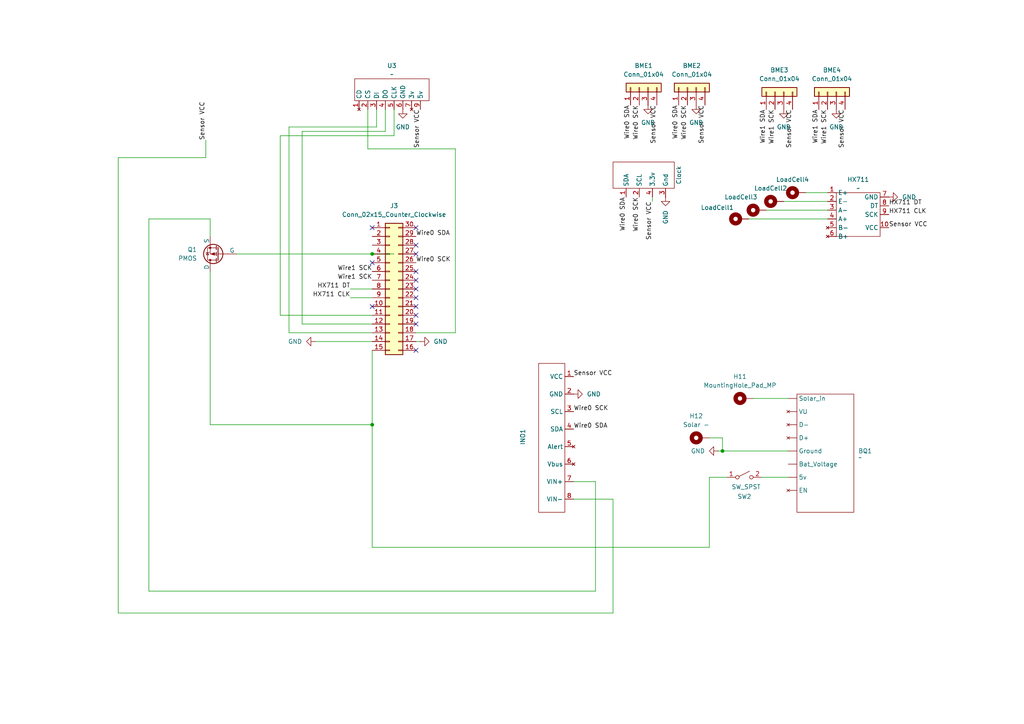
<source format=kicad_sch>
(kicad_sch (version 20250114) (generator "eeschema") (generator_version "9.0")
  (paper "A4")
  (lib_symbols
    (symbol "Connector_Generic:Conn_01x04" (pin_names (offset 1.016) (hide yes))
      (property "Reference" "J" (at 0 5.08 0))
      (property "Value" "Conn_01x04" (at 0 -7.62 0))
      (symbol "Conn_01x04_1_1"
        (rectangle (start -1.27 3.81) (end 1.27 -6.35) (stroke (width 0.254)) (fill (type background)))
        (rectangle (start -1.27 2.667) (end 0 2.413) (stroke (width 0.1524)))
        (rectangle (start -1.27 0.127) (end 0 -0.127) (stroke (width 0.1524)))
        (rectangle (start -1.27 -2.413) (end 0 -2.667) (stroke (width 0.1524)))
        (rectangle (start -1.27 -4.953) (end 0 -5.207) (stroke (width 0.1524)))
        (pin passive line (at -5.08 2.54 0) (length 3.81) (name "Pin_1") (number "1"))
        (pin passive line (at -5.08 0 0) (length 3.81) (name "Pin_2") (number "2"))
        (pin passive line (at -5.08 -2.54 0) (length 3.81) (name "Pin_3") (number "3"))
        (pin passive line (at -5.08 -5.08 0) (length 3.81) (name "Pin_4") (number "4"))
      )
    )
    (symbol "Connector_Generic:Conn_02x15_Counter_Clockwise" (pin_names (offset 1.016) (hide yes))
      (property "Reference" "J" (at 1.27 20.32 0))
      (property "Value" "Conn_02x15_Counter_Clockwise" (at 1.27 -20.32 0))
      (symbol "Conn_02x15_Counter_Clockwise_1_1"
        (rectangle (start -1.27 19.05) (end 3.81 -19.05) (stroke (width 0.254)) (fill (type background)))
        (rectangle (start -1.27 17.907) (end 0 17.653) (stroke (width 0.1524)))
        (rectangle (start -1.27 15.367) (end 0 15.113) (stroke (width 0.1524)))
        (rectangle (start -1.27 12.827) (end 0 12.573) (stroke (width 0.1524)))
        (rectangle (start -1.27 10.287) (end 0 10.033) (stroke (width 0.1524)))
        (rectangle (start -1.27 7.747) (end 0 7.493) (stroke (width 0.1524)))
        (rectangle (start -1.27 5.207) (end 0 4.953) (stroke (width 0.1524)))
        (rectangle (start -1.27 2.667) (end 0 2.413) (stroke (width 0.1524)))
        (rectangle (start -1.27 0.127) (end 0 -0.127) (stroke (width 0.1524)))
        (rectangle (start -1.27 -2.413) (end 0 -2.667) (stroke (width 0.1524)))
        (rectangle (start -1.27 -4.953) (end 0 -5.207) (stroke (width 0.1524)))
        (rectangle (start -1.27 -7.493) (end 0 -7.747) (stroke (width 0.1524)))
        (rectangle (start -1.27 -10.033) (end 0 -10.287) (stroke (width 0.1524)))
        (rectangle (start -1.27 -12.573) (end 0 -12.827) (stroke (width 0.1524)))
        (rectangle (start -1.27 -15.113) (end 0 -15.367) (stroke (width 0.1524)))
        (rectangle (start -1.27 -17.653) (end 0 -17.907) (stroke (width 0.1524)))
        (rectangle (start 3.81 17.907) (end 2.54 17.653) (stroke (width 0.1524)))
        (rectangle (start 3.81 15.367) (end 2.54 15.113) (stroke (width 0.1524)))
        (rectangle (start 3.81 12.827) (end 2.54 12.573) (stroke (width 0.1524)))
        (rectangle (start 3.81 10.287) (end 2.54 10.033) (stroke (width 0.1524)))
        (rectangle (start 3.81 7.747) (end 2.54 7.493) (stroke (width 0.1524)))
        (rectangle (start 3.81 5.207) (end 2.54 4.953) (stroke (width 0.1524)))
        (rectangle (start 3.81 2.667) (end 2.54 2.413) (stroke (width 0.1524)))
        (rectangle (start 3.81 0.127) (end 2.54 -0.127) (stroke (width 0.1524)))
        (rectangle (start 3.81 -2.413) (end 2.54 -2.667) (stroke (width 0.1524)))
        (rectangle (start 3.81 -4.953) (end 2.54 -5.207) (stroke (width 0.1524)))
        (rectangle (start 3.81 -7.493) (end 2.54 -7.747) (stroke (width 0.1524)))
        (rectangle (start 3.81 -10.033) (end 2.54 -10.287) (stroke (width 0.1524)))
        (rectangle (start 3.81 -12.573) (end 2.54 -12.827) (stroke (width 0.1524)))
        (rectangle (start 3.81 -15.113) (end 2.54 -15.367) (stroke (width 0.1524)))
        (rectangle (start 3.81 -17.653) (end 2.54 -17.907) (stroke (width 0.1524)))
        (pin passive line (at -5.08 17.78 0) (length 3.81) (name "Pin_1") (number "1"))
        (pin passive line (at -5.08 15.24 0) (length 3.81) (name "Pin_2") (number "2"))
        (pin passive line (at -5.08 12.7 0) (length 3.81) (name "Pin_3") (number "3"))
        (pin passive line (at -5.08 10.16 0) (length 3.81) (name "Pin_4") (number "4"))
        (pin passive line (at -5.08 7.62 0) (length 3.81) (name "Pin_5") (number "5"))
        (pin passive line (at -5.08 5.08 0) (length 3.81) (name "Pin_6") (number "6"))
        (pin passive line (at -5.08 2.54 0) (length 3.81) (name "Pin_7") (number "7"))
        (pin passive line (at -5.08 0 0) (length 3.81) (name "Pin_8") (number "8"))
        (pin passive line (at -5.08 -2.54 0) (length 3.81) (name "Pin_9") (number "9"))
        (pin passive line (at -5.08 -5.08 0) (length 3.81) (name "Pin_10") (number "10"))
        (pin passive line (at -5.08 -7.62 0) (length 3.81) (name "Pin_11") (number "11"))
        (pin passive line (at -5.08 -10.16 0) (length 3.81) (name "Pin_12") (number "12"))
        (pin passive line (at -5.08 -12.7 0) (length 3.81) (name "Pin_13") (number "13"))
        (pin passive line (at -5.08 -15.24 0) (length 3.81) (name "Pin_14") (number "14"))
        (pin passive line (at -5.08 -17.78 0) (length 3.81) (name "Pin_15") (number "15"))
        (pin passive line (at 7.62 17.78 180) (length 3.81) (name "Pin_30") (number "30"))
        (pin passive line (at 7.62 15.24 180) (length 3.81) (name "Pin_29") (number "29"))
        (pin passive line (at 7.62 12.7 180) (length 3.81) (name "Pin_28") (number "28"))
        (pin passive line (at 7.62 10.16 180) (length 3.81) (name "Pin_27") (number "27"))
        (pin passive line (at 7.62 7.62 180) (length 3.81) (name "Pin_26") (number "26"))
        (pin passive line (at 7.62 5.08 180) (length 3.81) (name "Pin_25") (number "25"))
        (pin passive line (at 7.62 2.54 180) (length 3.81) (name "Pin_24") (number "24"))
        (pin passive line (at 7.62 0 180) (length 3.81) (name "Pin_23") (number "23"))
        (pin passive line (at 7.62 -2.54 180) (length 3.81) (name "Pin_22") (number "22"))
        (pin passive line (at 7.62 -5.08 180) (length 3.81) (name "Pin_21") (number "21"))
        (pin passive line (at 7.62 -7.62 180) (length 3.81) (name "Pin_20") (number "20"))
        (pin passive line (at 7.62 -10.16 180) (length 3.81) (name "Pin_19") (number "19"))
        (pin passive line (at 7.62 -12.7 180) (length 3.81) (name "Pin_18") (number "18"))
        (pin passive line (at 7.62 -15.24 180) (length 3.81) (name "Pin_17") (number "17"))
        (pin passive line (at 7.62 -17.78 180) (length 3.81) (name "Pin_16") (number "16"))
      )
    )
    (symbol "Mechanical:MountingHole_Pad_MP" (pin_numbers (hide yes)) (pin_names (offset 1.016) (hide yes)) (in_bom no)
      (property "Reference" "H" (at 0 6.35 0))
      (property "Value" "MountingHole_Pad_MP" (at 0 4.445 0))
      (symbol "MountingHole_Pad_MP_0_1"
        (circle (center 0 1.27) (radius 1.27) (stroke (width 1.27)))
      )
      (symbol "MountingHole_Pad_MP_1_1"
        (pin input line (at 0 -2.54 90) (length 2.54) (name "MP") (number "MP"))
      )
    )
    (symbol "Miteout1:Charger"
      (property "Reference" "U" (at 0 0 0))
      (symbol "Charger_0_1"
        (rectangle (start -6.35 7.62) (end 10.16 -26.67))
      )
      (symbol "Charger_1_1"
        (pin input line (at -8.89 6.35 0) (length 2.54) (name "Solar_in") (number ""))
        (pin no_connect line (at -8.89 2.54 0) (length 2.54) (name "VU") (number ""))
        (pin no_connect line (at -8.89 -1.27 0) (length 2.54) (name "D-") (number ""))
        (pin no_connect line (at -8.89 -5.08 0) (length 2.54) (name "D+") (number ""))
        (pin input line (at -8.89 -8.89 0) (length 2.54) (name "Ground") (number ""))
        (pin output line (at -8.89 -12.7 0) (length 2.54) (name "Bat_Voltage") (number ""))
        (pin output line (at -8.89 -16.51 0) (length 2.54) (name "5v") (number ""))
        (pin no_connect line (at -8.89 -20.32 0) (length 2.54) (name "EN") (number ""))
      )
    )
    (symbol "Miteout1:RTC"
      (property "Reference" "INO1" (at 1.524 5.842 0))
      (symbol "RTC_0_1"
        (rectangle (start -20.32 1.27) (end 22.86 -6.35))
      )
      (symbol "RTC_1_1"
        (pin input line (at -16.51 -8.89 90) (length 2.54) (name "VIN-") (number "8"))
        (pin input line (at -11.43 -8.89 90) (length 2.54) (name "VIN+") (number "7"))
        (pin no_connect line (at -6.35 -8.89 90) (length 2.54) (name "Vbus") (number "6"))
        (pin no_connect line (at -1.27 -8.89 90) (length 2.54) (name "Alert") (number "5"))
        (pin input line (at 3.81 -8.89 90) (length 2.54) (name "SDA") (number "4"))
        (pin input line (at 8.89 -8.89 90) (length 2.54) (name "SCL") (number "3"))
        (pin input line (at 13.97 -8.89 90) (length 2.54) (name "GND") (number "2"))
        (pin output line (at 19.05 -8.89 90) (length 2.54) (name "VCC") (number "1"))
      )
    )
    (symbol "Miteout1:SDcard"
      (property "Reference" "U3" (at 8.89 -8.255 90))
      (property "Value" "~" (at 6.35 -8.255 90))
      (symbol "SDcard_0_1"
        (rectangle (start -1.27 2.54) (end 5.08 -19.05))
      )
      (symbol "SDcard_1_1"
        (pin no_connect line (at -3.81 1.27 0) (length 2.54) (name "CD") (number "1"))
        (pin input line (at -3.81 -1.27 0) (length 2.54) (name "CS") (number "2"))
        (pin input line (at -3.81 -3.81 0) (length 2.54) (name "DI") (number "3"))
        (pin output line (at -3.81 -6.35 0) (length 2.54) (name "DO") (number "4"))
        (pin input line (at -3.81 -8.89 0) (length 2.54) (name "CLK") (number "5"))
        (pin input line (at -3.81 -11.43 0) (length 2.54) (name "GND") (number "6"))
        (pin no_connect line (at -3.81 -13.97 0) (length 2.54) (name "3v") (number "7"))
        (pin input line (at -3.81 -16.51 0) (length 2.54) (name "5v") (number "9"))
      )
    )
    (symbol "Miteout1:hx711"
      (property "Reference" "U" (at 0 0 0))
      (symbol "hx711_0_1"
        (rectangle (start -5.08 2.54) (end 7.62 -10.16))
      )
      (symbol "hx711_1_1"
        (pin input line (at -7.62 2.54 0) (length 2.54) (name "E+") (number "1"))
        (pin input line (at -7.62 0 0) (length 2.54) (name "E-") (number "2"))
        (pin input line (at -7.62 -2.54 0) (length 2.54) (name "A-") (number "3"))
        (pin input line (at -7.62 -5.08 0) (length 2.54) (name "A+") (number "4"))
        (pin no_connect line (at -7.62 -7.62 0) (length 2.54) (name "B-") (number "5"))
        (pin no_connect line (at -7.62 -10.16 0) (length 2.54) (name "B+") (number "6"))
        (pin input line (at 10.16 1.27 180) (length 2.54) (name "GND") (number "7"))
        (pin input line (at 10.16 -1.27 180) (length 2.54) (name "DT") (number "8"))
        (pin output line (at 10.16 -3.81 180) (length 2.54) (name "SCK") (number "9"))
        (pin input line (at 10.16 -7.62 180) (length 2.54) (name "VCC") (number "10"))
      )
    )
    (symbol "RTC_1"
      (property "Reference" "U?" (at 13.97 -2.54 90))
      (property "Value" "~" (at 11.43 -2.54 90))
      (symbol "RTC_1_0_1"
        (rectangle (start -7.62 1.27) (end 10.16 -6.35))
      )
      (symbol "RTC_1_1_1"
        (pin output line (at -3.81 -8.89 90) (length 2.54) (name "SDA") (number "1"))
        (pin input line (at 0 -8.89 90) (length 2.54) (name "SCL") (number "2"))
        (pin input line (at 3.81 -8.89 90) (length 2.54) (name "3.3v") (number "4"))
        (pin input line (at 7.62 -8.89 90) (length 2.54) (name "Gnd") (number "3"))
      )
    )
    (symbol "Simulation_SPICE:PMOS" (pin_numbers (hide yes)) (pin_names (offset 0))
      (property "Reference" "Q" (at 5.08 1.27 0))
      (property "Value" "PMOS" (at 5.08 -1.27 0))
      (symbol "PMOS_0_1"
        (polyline (pts (xy 0.254 1.905) (xy 0.254 -1.905)) (stroke (width 0.254)))
        (polyline (pts (xy 0.254 0) (xy -2.54 0)))
        (polyline (pts (xy 0.762 2.286) (xy 0.762 1.27)) (stroke (width 0.254)))
        (polyline (pts (xy 0.762 1.778) (xy 3.302 1.778) (xy 3.302 -1.778) (xy 0.762 -1.778)))
        (polyline (pts (xy 0.762 0.508) (xy 0.762 -0.508)) (stroke (width 0.254)))
        (polyline (pts (xy 0.762 -1.27) (xy 0.762 -2.286)) (stroke (width 0.254)))
        (circle (center 1.651 0) (radius 2.794) (stroke (width 0.254)))
        (polyline (pts (xy 2.286 0) (xy 1.27 0.381) (xy 1.27 -0.381) (xy 2.286 0)) (fill (type outline)))
        (polyline (pts (xy 2.54 2.54) (xy 2.54 1.778)))
        (circle (center 2.54 1.778) (radius 0.254) (fill (type outline)))
        (circle (center 2.54 -1.778) (radius 0.254) (fill (type outline)))
        (polyline (pts (xy 2.54 -2.54) (xy 2.54 0) (xy 0.762 0)))
        (polyline (pts (xy 2.794 -0.508) (xy 2.921 -0.381) (xy 3.683 -0.381) (xy 3.81 -0.254)))
        (polyline (pts (xy 3.302 -0.381) (xy 2.921 0.254) (xy 3.683 0.254) (xy 3.302 -0.381)))
      )
      (symbol "PMOS_1_1"
        (pin input line (at -5.08 0 0) (length 2.54) (name "G") (number "2"))
        (pin passive line (at 2.54 5.08 270) (length 2.54) (name "D") (number "1"))
        (pin passive line (at 2.54 -5.08 90) (length 2.54) (name "S") (number "3"))
      )
    )
    (symbol "Switch:SW_SPST" (pin_names (offset 0) (hide yes))
      (property "Reference" "SW" (at 0 3.175 0))
      (property "Value" "SW_SPST" (at 0 -2.54 0))
      (symbol "SW_SPST_0_0"
        (circle (center -2.032 0) (radius 0.508))
        (polyline (pts (xy -1.524 0.254) (xy 1.524 1.778)))
        (circle (center 2.032 0) (radius 0.508))
      )
      (symbol "SW_SPST_1_1"
        (pin passive line (at -5.08 0 0) (length 2.54) (name "A") (number "1"))
        (pin passive line (at 5.08 0 180) (length 2.54) (name "B") (number "2"))
      )
    )
    (symbol "power:GND" (power) (pin_numbers (hide yes)) (pin_names (offset 0) (hide yes))
      (property "Value" "GND" (at 0 -3.81 0))
      (symbol "GND_0_1"
        (polyline (pts (xy 0 0) (xy 0 -1.27) (xy 1.27 -1.27) (xy 0 -2.54) (xy -1.27 -1.27) (xy 0 -1.27)))
      )
      (symbol "GND_1_1"
        (pin power_in line (at 0 0 270) (length 0) (name "~") (number "1"))
      )
    )
  )
  (junction (at 107.95 73.66))
  (junction (at 107.95 123.19))
  (junction (at 209.55 130.81))
  (no_connect (at 120.65 86.36))
  (no_connect (at 120.65 81.28))
  (no_connect (at 107.95 66.04))
  (no_connect (at 120.65 93.98))
  (no_connect (at 107.95 76.2))
  (no_connect (at 120.65 78.74))
  (no_connect (at 120.65 66.04))
  (no_connect (at 120.65 101.6))
  (no_connect (at 120.65 88.9))
  (no_connect (at 107.95 88.9))
  (no_connect (at 120.65 73.66))
  (no_connect (at 120.65 71.12))
  (no_connect (at 120.65 91.44))
  (no_connect (at 120.65 83.82))
  (wire (pts (xy 60.96 123.19) (xy 107.95 123.19)))
  (wire (pts (xy 220.98 138.43) (xy 228.6 138.43)))
  (wire (pts (xy 210.82 138.43) (xy 205.74 138.43)))
  (wire (pts (xy 101.6 83.82) (xy 107.95 83.82)))
  (wire (pts (xy 227.33 58.42) (xy 240.03 58.42)))
  (wire (pts (xy 114.3 39.37) (xy 81.28 39.37)))
  (wire (pts (xy 233.68 55.88) (xy 240.03 55.88)))
  (wire (pts (xy 81.28 91.44) (xy 107.95 91.44)))
  (wire (pts (xy 107.95 123.19) (xy 107.95 158.75)))
  (wire (pts (xy 114.3 73.66) (xy 107.95 73.66)))
  (wire (pts (xy 43.18 63.5) (xy 60.96 63.5)))
  (wire (pts (xy 208.28 130.81) (xy 209.55 130.81)))
  (wire (pts (xy 83.82 36.83) (xy 83.82 96.52)))
  (wire (pts (xy 166.37 139.7) (xy 172.72 139.7)))
  (wire (pts (xy 91.44 99.06) (xy 107.95 99.06)))
  (wire (pts (xy 205.74 138.43) (xy 205.74 158.75)))
  (wire (pts (xy 34.29 45.72) (xy 34.29 177.8)))
  (wire (pts (xy 111.76 38.1) (xy 111.76 31.75)))
  (wire (pts (xy 172.72 171.45) (xy 43.18 171.45)))
  (wire (pts (xy 132.08 96.52) (xy 132.08 43.18)))
  (wire (pts (xy 83.82 96.52) (xy 107.95 96.52)))
  (wire (pts (xy 209.55 127) (xy 209.55 130.81)))
  (wire (pts (xy 106.68 43.18) (xy 132.08 43.18)))
  (wire (pts (xy 177.8 144.78) (xy 166.37 144.78)))
  (wire (pts (xy 87.63 93.98) (xy 107.95 93.98)))
  (wire (pts (xy 114.3 31.75) (xy 114.3 39.37)))
  (wire (pts (xy 34.29 45.72) (xy 59.69 45.72)))
  (wire (pts (xy 205.74 127) (xy 209.55 127)))
  (wire (pts (xy 106.68 43.18) (xy 106.68 31.75)))
  (wire (pts (xy 34.29 177.8) (xy 177.8 177.8)))
  (wire (pts (xy 222.25 60.96) (xy 240.03 60.96)))
  (wire (pts (xy 218.44 115.57) (xy 228.6 115.57)))
  (wire (pts (xy 177.8 177.8) (xy 177.8 144.78)))
  (wire (pts (xy 205.74 158.75) (xy 107.95 158.75)))
  (wire (pts (xy 60.96 78.74) (xy 60.96 123.19)))
  (wire (pts (xy 101.6 86.36) (xy 107.95 86.36)))
  (wire (pts (xy 109.22 36.83) (xy 83.82 36.83)))
  (wire (pts (xy 43.18 171.45) (xy 43.18 63.5)))
  (wire (pts (xy 189.23 57.15) (xy 189.23 58.42)))
  (wire (pts (xy 172.72 139.7) (xy 172.72 171.45)))
  (wire (pts (xy 59.69 40.64) (xy 59.69 45.72)))
  (wire (pts (xy 87.63 38.1) (xy 111.76 38.1)))
  (wire (pts (xy 217.17 63.5) (xy 240.03 63.5)))
  (wire (pts (xy 87.63 93.98) (xy 87.63 38.1)))
  (wire (pts (xy 107.95 101.6) (xy 107.95 123.19)))
  (wire (pts (xy 109.22 31.75) (xy 109.22 36.83)))
  (wire (pts (xy 209.55 130.81) (xy 228.6 130.81)))
  (wire (pts (xy 120.65 99.06) (xy 121.92 99.06)))
  (wire (pts (xy 120.65 96.52) (xy 132.08 96.52)))
  (wire (pts (xy 81.28 39.37) (xy 81.28 91.44)))
  (wire (pts (xy 68.58 73.66) (xy 107.95 73.66)))
  (wire (pts (xy 60.96 63.5) (xy 60.96 68.58)))
  (label "Wire0 SCK" (at 199.39 30.48 270))
  (label "Wire0 SCK" (at 185.42 30.48 270))
  (label "HX711 DT" (at 257.81 59.69 0))
  (label "Wire0 SDA" (at 182.88 30.48 270))
  (label "Sensor VCC" (at 121.92 31.75 270))
  (label "Wire0 SDA" (at 166.37 124.46 0))
  (label "Sensor VCC" (at 59.69 40.64 90))
  (label "Sensor VCC" (at 189.23 58.42 270))
  (label "Wire1 SCK" (at 224.79 31.75 270))
  (label "Sensor VCC" (at 245.11 31.75 270))
  (label "Sensor VCC" (at 257.81 66.04 0))
  (label "Wire1 SDA" (at 222.25 31.75 270))
  (label "Wire0 SDA" (at 181.61 57.15 270))
  (label "Sensor VCC" (at 166.37 109.22 0))
  (label "Wire0 SDA" (at 196.85 30.48 270))
  (label "Wire1 SCK" (at 107.95 78.74 180))
  (label "Wire1 SCK" (at 107.95 81.28 180))
  (label "Sensor VCC" (at 190.5 30.48 270))
  (label "HX711 CLK" (at 101.6 86.36 180))
  (label "Wire0 SCK" (at 120.65 76.2 0))
  (label "Wire0 SCK" (at 166.37 119.38 0))
  (label "Sensor VCC" (at 204.47 30.48 270))
  (label "HX711 DT" (at 101.6 83.82 180))
  (label "Wire1 SCK" (at 240.03 31.75 270))
  (label "HX711 CLK" (at 257.81 62.23 0))
  (label "Wire1 SDA" (at 237.49 31.75 270))
  (label "Wire0 SDA" (at 120.65 68.58 0))
  (label "Wire0 SCK" (at 185.42 57.15 270))
  (label "Sensor VCC" (at 229.87 31.75 270))
  (symbol (lib_id "Connector_Generic:Conn_01x04") (at 240.03 26.67 90) (unit 1)
    (property "Reference" "BME4" (at 241.3 20.32 90))
    (property "Value" "Conn_01x04" (at 241.3 22.86 90))
    (property "Footprint" "Connector_JST:JST_EH_B4B-EH-A_1x04_P2.50mm_Vertical" (effects (hide yes)))
    (property "Description" "Generic connector, single row, 01x04, script generated (kicad-library-utils/schlib/autogen/connector/)" (effects (hide yes)))
  )
  (symbol (lib_id "Miteout1:SDcard") (at 105.41 27.94 90) (unit 1)
    (property "Reference" "U3" (at 113.665 19.05 90))
    (property "Value" "~" (at 113.665 21.59 90))
    (property "Footprint" "MiteOut:SDCard" (effects (hide yes)))
  )
  (symbol (lib_id "power:GND") (at 187.96 30.48 0) (unit 1)
    (property "Reference" "#PWR010" (effects (hide yes)))
    (property "Value" "GND" (at 187.96 35.56 0))
    (property "Description" "Power symbol creates a global label with name \"GND\" , ground" (effects (hide yes)))
  )
  (symbol (lib_id "power:GND") (at 201.93 30.48 0) (unit 1)
    (property "Reference" "#PWR03" (effects (hide yes)))
    (property "Value" "GND" (at 201.93 35.56 0))
    (property "Description" "Power symbol creates a global label with name \"GND\" , ground" (effects (hide yes)))
  )
  (symbol (lib_id "Miteout1:RTC") (at 157.48 128.27 90) (unit 1)
    (property "Reference" "INO1" (at 151.638 126.746 0))
    (property "Footprint" "MiteOut:INA" (effects (hide yes)))
  )
  (symbol (lib_id "power:GND") (at 121.92 99.06 90) (unit 1)
    (property "Reference" "#PWR06" (effects (hide yes)))
    (property "Value" "GND" (at 125.73 99.0599 90) (effects (justify right)))
    (property "Description" "Power symbol creates a global label with name \"GND\" , ground" (effects (hide yes)))
  )
  (symbol (lib_id "Mechanical:MountingHole_Pad_MP") (at 215.9 115.57 90) (unit 1) (in_bom no)
    (property "Reference" "H11" (at 214.63 109.22 90))
    (property "Value" "MountingHole_Pad_MP" (at 214.63 111.76 90))
    (property "Footprint" "MiteOut:throughole" (effects (hide yes)))
    (property "Description" "Mounting Hole with connection as pad named MP" (effects (hide yes)))
  )
  (symbol (lib_id "power:GND") (at 116.84 31.75 0) (unit 1)
    (property "Reference" "#PWR011" (effects (hide yes)))
    (property "Value" "GND" (at 116.84 36.83 0))
    (property "Description" "Power symbol creates a global label with name \"GND\" , ground" (effects (hide yes)))
  )
  (symbol (lib_id "Connector_Generic:Conn_01x04") (at 185.42 25.4 90) (unit 1)
    (property "Reference" "BME1" (at 186.69 19.05 90))
    (property "Value" "Conn_01x04" (at 186.69 21.59 90))
    (property "Footprint" "Connector_JST:JST_EH_B4B-EH-A_1x04_P2.50mm_Vertical" (effects (hide yes)))
    (property "Description" "Generic connector, single row, 01x04, script generated (kicad-library-utils/schlib/autogen/connector/)" (effects (hide yes)))
  )
  (symbol (lib_name "RTC_1") (lib_id "Miteout1:RTC") (at 185.42 48.26 0) (unit 1)
    (property "Reference" "Clock" (at 196.85 50.8 90))
  )
  (symbol (lib_id "power:GND") (at 166.37 114.3 90) (unit 1)
    (property "Reference" "#PWR09" (effects (hide yes)))
    (property "Value" "GND" (at 170.18 114.2999 90) (effects (justify right)))
    (property "Description" "Power symbol creates a global label with name \"GND\" , ground" (effects (hide yes)))
  )
  (symbol (lib_id "Mechanical:MountingHole_Pad_MP") (at 203.2 127 90) (unit 1) (in_bom no)
    (property "Reference" "H12" (at 201.93 120.65 90))
    (property "Value" "Solar -" (at 201.93 123.19 90))
    (property "Footprint" "MiteOut:throughole" (effects (hide yes)))
    (property "Description" "Mounting Hole with connection as pad named MP" (effects (hide yes)))
  )
  (symbol (lib_id "Switch:SW_SPST") (at 215.9 138.43 0) (unit 1)
    (property "Reference" "SW2" (at 215.9 144.018 0))
    (property "Value" "SW_SPST" (at 216.408 141.224 0))
    (property "Footprint" "Button_Switch_THT:SW_DIP_SPSTx01_Slide_6.7x4.1mm_W7.62mm_P2.54mm_LowProfile" (effects (hide yes)))
    (property "Description" "Single Pole Single Throw (SPST) switch" (effects (hide yes)))
  )
  (symbol (lib_id "Mechanical:MountingHole_Pad_MP") (at 224.79 58.42 90) (unit 1) (in_bom no)
    (property "Reference" "H4" (effects (hide yes)))
    (property "Value" "LoadCell2" (at 223.52 54.61 90))
    (property "Footprint" "MiteOut:throughole" (effects (hide yes)))
    (property "Description" "Mounting Hole with connection as pad named MP" (effects (hide yes)))
  )
  (symbol (lib_id "Simulation_SPICE:PMOS") (at 63.5 73.66 180) (unit 1)
    (property "Reference" "Q1" (at 57.15 72.3899 0) (effects (justify left)))
    (property "Value" "PMOS" (at 57.15 74.9299 0) (effects (justify left)))
    (property "Footprint" "MiteOut:Mosfet" (effects (hide yes)))
    (property "Datasheet" "https://ngspice.sourceforge.io/docs/ngspice-html-manual/manual.xhtml#cha_MOSFETs" (effects (hide yes)))
    (property "Description" "P-MOSFET transistor, drain/source/gate" (effects (hide yes)))
    (property "Sim.Device" "PMOS" (effects (hide yes)))
    (property "Sim.Type" "VDMOS" (effects (hide yes)))
    (property "Sim.Pins" "1=D 2=G 3=S" (effects (hide yes)))
  )
  (symbol (lib_id "power:GND") (at 193.04 57.15 0) (unit 1)
    (property "Reference" "#PWR05" (effects (hide yes)))
    (property "Value" "GND" (at 193.0401 60.96 90) (effects (justify right)))
    (property "Description" "Power symbol creates a global label with name \"GND\" , ground" (effects (hide yes)))
  )
  (symbol (lib_id "power:GND") (at 257.81 57.15 90) (unit 1)
    (property "Reference" "#PWR07" (effects (hide yes)))
    (property "Value" "GND" (at 261.62 57.1499 90) (effects (justify right)))
    (property "Description" "Power symbol creates a global label with name \"GND\" , ground" (effects (hide yes)))
  )
  (symbol (lib_id "Connector_Generic:Conn_01x04") (at 199.39 25.4 90) (unit 1)
    (property "Reference" "BME2" (at 200.66 19.05 90))
    (property "Value" "Conn_01x04" (at 200.66 21.59 90))
    (property "Footprint" "Connector_JST:JST_EH_B4B-EH-A_1x04_P2.50mm_Vertical" (effects (hide yes)))
    (property "Description" "Generic connector, single row, 01x04, script generated (kicad-library-utils/schlib/autogen/connector/)" (effects (hide yes)))
  )
  (symbol (lib_id "Mechanical:MountingHole_Pad_MP") (at 231.14 55.88 90) (unit 1) (in_bom no)
    (property "Reference" "H3" (effects (hide yes)))
    (property "Value" "LoadCell4" (at 229.87 52.07 90))
    (property "Footprint" "MiteOut:throughole" (effects (hide yes)))
    (property "Description" "Mounting Hole with connection as pad named MP" (effects (hide yes)))
  )
  (symbol (lib_id "power:GND") (at 91.44 99.06 270) (unit 1)
    (property "Reference" "#PWR01" (effects (hide yes)))
    (property "Value" "GND" (at 87.63 99.0599 90) (effects (justify right)))
    (property "Description" "Power symbol creates a global label with name \"GND\" , ground" (effects (hide yes)))
  )
  (symbol (lib_id "Connector_Generic:Conn_01x04") (at 224.79 26.67 90) (unit 1)
    (property "Reference" "BME3" (at 226.06 20.32 90))
    (property "Value" "Conn_01x04" (at 226.06 22.86 90))
    (property "Footprint" "Connector_JST:JST_EH_B4B-EH-A_1x04_P2.50mm_Vertical" (effects (hide yes)))
    (property "Description" "Generic connector, single row, 01x04, script generated (kicad-library-utils/schlib/autogen/connector/)" (effects (hide yes)))
  )
  (symbol (lib_id "Mechanical:MountingHole_Pad_MP") (at 214.63 63.5 90) (unit 1) (in_bom no)
    (property "Reference" "H2" (effects (hide yes)))
    (property "Value" "LoadCell1" (at 212.852 60.198 90) (effects (justify left)))
    (property "Footprint" "MiteOut:throughole" (effects (hide yes)))
    (property "Description" "Mounting Hole with connection as pad named MP" (effects (hide yes)))
  )
  (symbol (lib_id "Miteout1:Charger") (at 237.49 121.92 0) (unit 1)
    (property "Reference" "BQ1" (at 248.92 130.8099 0) (effects (justify left)))
    (property "Value" "~" (at 248.92 132.715 0) (effects (justify left)))
    (property "Footprint" "MiteOut:Charger" (effects (hide yes)))
  )
  (symbol (lib_id "Connector_Generic:Conn_02x15_Counter_Clockwise") (at 113.03 83.82 0) (unit 1)
    (property "Reference" "J3" (at 114.3 59.69 0))
    (property "Value" "Conn_02x15_Counter_Clockwise" (at 114.3 62.23 0))
    (property "Footprint" "MiteOut:ESP" (effects (hide yes)))
    (property "Description" "Generic connector, double row, 02x15, counter clockwise pin numbering scheme (similar to DIP package numbering), script generated (kicad-library-utils/schlib/autogen/connector/)" (effects (hide yes)))
  )
  (symbol (lib_id "power:GND") (at 208.28 130.81 270) (unit 1)
    (property "Reference" "#PWR017" (effects (hide yes)))
    (property "Value" "GND" (at 204.47 130.8099 90) (effects (justify right)))
    (property "Description" "Power symbol creates a global label with name \"GND\" , ground" (effects (hide yes)))
  )
  (symbol (lib_id "Mechanical:MountingHole_Pad_MP") (at 219.71 60.96 90) (unit 1) (in_bom no)
    (property "Reference" "H1" (effects (hide yes)))
    (property "Value" "LoadCell3" (at 219.71 57.15 90) (effects (justify left)))
    (property "Footprint" "MiteOut:throughole" (effects (hide yes)))
    (property "Description" "Mounting Hole with connection as pad named MP" (effects (hide yes)))
  )
  (symbol (lib_id "power:GND") (at 242.57 31.75 0) (unit 1)
    (property "Reference" "#PWR02" (effects (hide yes)))
    (property "Value" "GND" (at 242.57 36.83 0))
    (property "Description" "Power symbol creates a global label with name \"GND\" , ground" (effects (hide yes)))
  )
  (symbol (lib_id "power:GND") (at 227.33 31.75 0) (unit 1)
    (property "Reference" "#PWR012" (effects (hide yes)))
    (property "Value" "GND" (at 227.33 36.83 0))
    (property "Description" "Power symbol creates a global label with name \"GND\" , ground" (effects (hide yes)))
  )
  (symbol (lib_id "Miteout1:hx711") (at 247.65 58.42 0) (unit 1)
    (property "Reference" "HX711" (at 248.92 52.07 0))
    (property "Value" "~" (at 248.92 54.61 0))
    (property "Footprint" "MiteOut:hx711" (effects (hide yes)))
  )
)
</source>
